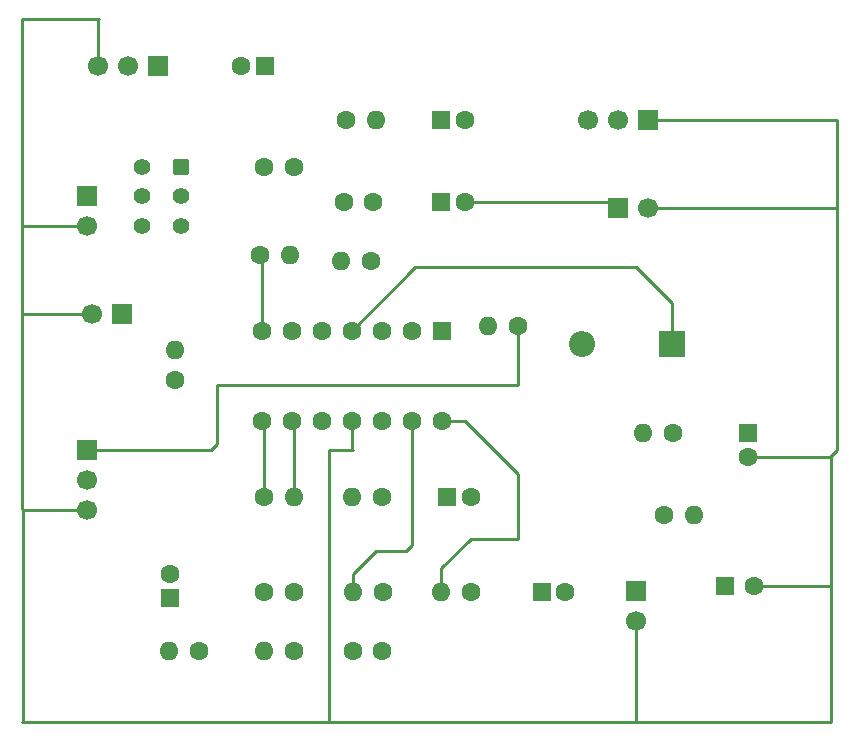
<source format=gbr>
%TF.GenerationSoftware,KiCad,Pcbnew,9.0.1*%
%TF.CreationDate,2025-04-22T18:06:14+02:00*%
%TF.ProjectId,electro-maticv,656c6563-7472-46f2-9d6d-61746963762e,rev?*%
%TF.SameCoordinates,Original*%
%TF.FileFunction,Copper,L2,Bot*%
%TF.FilePolarity,Positive*%
%FSLAX46Y46*%
G04 Gerber Fmt 4.6, Leading zero omitted, Abs format (unit mm)*
G04 Created by KiCad (PCBNEW 9.0.1) date 2025-04-22 18:06:14*
%MOMM*%
%LPD*%
G01*
G04 APERTURE LIST*
G04 Aperture macros list*
%AMRoundRect*
0 Rectangle with rounded corners*
0 $1 Rounding radius*
0 $2 $3 $4 $5 $6 $7 $8 $9 X,Y pos of 4 corners*
0 Add a 4 corners polygon primitive as box body*
4,1,4,$2,$3,$4,$5,$6,$7,$8,$9,$2,$3,0*
0 Add four circle primitives for the rounded corners*
1,1,$1+$1,$2,$3*
1,1,$1+$1,$4,$5*
1,1,$1+$1,$6,$7*
1,1,$1+$1,$8,$9*
0 Add four rect primitives between the rounded corners*
20,1,$1+$1,$2,$3,$4,$5,0*
20,1,$1+$1,$4,$5,$6,$7,0*
20,1,$1+$1,$6,$7,$8,$9,0*
20,1,$1+$1,$8,$9,$2,$3,0*%
G04 Aperture macros list end*
%TA.AperFunction,ComponentPad*%
%ADD10O,2.200000X2.200000*%
%TD*%
%TA.AperFunction,ComponentPad*%
%ADD11R,2.200000X2.200000*%
%TD*%
%TA.AperFunction,ComponentPad*%
%ADD12C,1.600000*%
%TD*%
%TA.AperFunction,ComponentPad*%
%ADD13R,1.600000X1.600000*%
%TD*%
%TA.AperFunction,ComponentPad*%
%ADD14O,1.600000X1.600000*%
%TD*%
%TA.AperFunction,ComponentPad*%
%ADD15R,1.700000X1.700000*%
%TD*%
%TA.AperFunction,ComponentPad*%
%ADD16C,1.700000*%
%TD*%
%TA.AperFunction,ComponentPad*%
%ADD17RoundRect,0.250000X-0.550000X0.550000X-0.550000X-0.550000X0.550000X-0.550000X0.550000X0.550000X0*%
%TD*%
%TA.AperFunction,ComponentPad*%
%ADD18C,1.400000*%
%TD*%
%TA.AperFunction,ComponentPad*%
%ADD19RoundRect,0.250000X-0.450000X0.450000X-0.450000X-0.450000X0.450000X-0.450000X0.450000X0.450000X0*%
%TD*%
%TA.AperFunction,Conductor*%
%ADD20C,0.250000*%
%TD*%
G04 APERTURE END LIST*
D10*
%TO.P,D1,2,A*%
%TO.N,+1V0*%
X95380000Y-121000000D03*
D11*
%TO.P,D1,1,K*%
%TO.N,A*%
X103000000Y-121000000D03*
%TD*%
D12*
%TO.P,C8,2*%
%TO.N,Earth*%
X110000000Y-141500000D03*
D13*
%TO.P,C8,1*%
%TO.N,B*%
X107500000Y-141500000D03*
%TD*%
D12*
%TO.P,C7,2*%
%TO.N,Earth*%
X109500000Y-130544888D03*
D13*
%TO.P,C7,1*%
%TO.N,A*%
X109500000Y-128544888D03*
%TD*%
D14*
%TO.P,R7,2*%
%TO.N,B*%
X100580000Y-128500000D03*
D12*
%TO.P,R7,1*%
%TO.N,A*%
X103120000Y-128500000D03*
%TD*%
D14*
%TO.P,R8,2*%
%TO.N,Earth*%
X104920000Y-135500000D03*
D12*
%TO.P,R8,1*%
%TO.N,B*%
X102380000Y-135500000D03*
%TD*%
D15*
%TO.P,J4,1,In*%
%TO.N,Net-(J4-In)*%
X100000000Y-141960000D03*
D16*
%TO.P,J4,2,Ext*%
%TO.N,Earth*%
X100000000Y-144500000D03*
%TD*%
D12*
%TO.P,C3,1*%
%TO.N,Net-(U1D--)*%
X76000000Y-147000000D03*
%TO.P,C3,2*%
%TO.N,Net-(C3-Pad2)*%
X78500000Y-147000000D03*
%TD*%
%TO.P,C2,1*%
%TO.N,Net-(U1C--)*%
X71000000Y-142000000D03*
%TO.P,C2,2*%
%TO.N,Net-(C2-Pad2)*%
X68500000Y-142000000D03*
%TD*%
D14*
%TO.P,R4,2*%
%TO.N,Net-(U1D--)*%
X76000000Y-142000000D03*
D12*
%TO.P,R4,1*%
%TO.N,Net-(C3-Pad2)*%
X78540000Y-142000000D03*
%TD*%
D14*
%TO.P,R3,2*%
%TO.N,Net-(C2-Pad2)*%
X68460000Y-147000000D03*
D12*
%TO.P,R3,1*%
%TO.N,Net-(U1D--)*%
X71000000Y-147000000D03*
%TD*%
%TO.P,R15,1*%
%TO.N,Net-(C11-Pad1)*%
X68190000Y-113500000D03*
D14*
%TO.P,R15,2*%
%TO.N,Net-(U1B--)*%
X70730000Y-113500000D03*
%TD*%
D12*
%TO.P,R14,1*%
%TO.N,Net-(C2-Pad2)*%
X61000000Y-124040000D03*
D14*
%TO.P,R14,2*%
%TO.N,Net-(U1B--)*%
X61000000Y-121500000D03*
%TD*%
D12*
%TO.P,R13,1*%
%TO.N,Net-(U1D--)*%
X63000000Y-147000000D03*
D14*
%TO.P,R13,2*%
%TO.N,Net-(C9-Pad1)*%
X60460000Y-147000000D03*
%TD*%
D12*
%TO.P,R12,1*%
%TO.N,Net-(U1B--)*%
X75460000Y-102000000D03*
D14*
%TO.P,R12,2*%
%TO.N,Net-(C10-Pad1)*%
X78000000Y-102000000D03*
%TD*%
D12*
%TO.P,R9,1*%
%TO.N,Net-(R10-Pad1)*%
X90040000Y-119500000D03*
D14*
%TO.P,R9,2*%
%TO.N,Net-(U1A--)*%
X87500000Y-119500000D03*
%TD*%
D12*
%TO.P,R6,1*%
%TO.N,Net-(U1A-+)*%
X77540000Y-114000000D03*
D14*
%TO.P,R6,2*%
%TO.N,B*%
X75000000Y-114000000D03*
%TD*%
D12*
%TO.P,R5,1*%
%TO.N,Net-(C4-Pad1)*%
X86040000Y-142000000D03*
D14*
%TO.P,R5,2*%
%TO.N,Net-(C3-Pad2)*%
X83500000Y-142000000D03*
%TD*%
D12*
%TO.P,R2,1*%
%TO.N,Net-(C2-Pad2)*%
X68460000Y-134000000D03*
D14*
%TO.P,R2,2*%
%TO.N,Net-(U1C--)*%
X71000000Y-134000000D03*
%TD*%
D12*
%TO.P,R1,1*%
%TO.N,Net-(C1-Pad1)*%
X78500000Y-134000000D03*
D14*
%TO.P,R1,2*%
%TO.N,Net-(U1C--)*%
X75960000Y-134000000D03*
%TD*%
D15*
%TO.P,R16,1,1*%
%TO.N,Net-(C12-Pad2)*%
X59540000Y-97500000D03*
D16*
%TO.P,R16,2,2*%
%TO.N,Net-(R16-Pad2)*%
X57000000Y-97500000D03*
%TO.P,R16,3,3*%
%TO.N,Earth*%
X54460000Y-97500000D03*
%TD*%
D12*
%TO.P,U1,14*%
%TO.N,Net-(C3-Pad2)*%
X83540000Y-127500000D03*
%TO.P,U1,13,-*%
%TO.N,Net-(U1D--)*%
X81000000Y-127500000D03*
%TO.P,U1,12,+*%
%TO.N,B*%
X78460000Y-127500000D03*
%TO.P,U1,11,V-*%
%TO.N,Earth*%
X75920000Y-127500000D03*
%TO.P,U1,10,+*%
%TO.N,B*%
X73380000Y-127500000D03*
%TO.P,U1,9,-*%
%TO.N,Net-(U1C--)*%
X70840000Y-127500000D03*
%TO.P,U1,8*%
%TO.N,Net-(C2-Pad2)*%
X68300000Y-127500000D03*
%TO.P,U1,7*%
%TO.N,Net-(C11-Pad1)*%
X68300000Y-119880000D03*
%TO.P,U1,6,-*%
%TO.N,Net-(U1B--)*%
X70840000Y-119880000D03*
%TO.P,U1,5,+*%
%TO.N,B*%
X73380000Y-119880000D03*
%TO.P,U1,4,V+*%
%TO.N,A*%
X75920000Y-119880000D03*
%TO.P,U1,3,+*%
%TO.N,Net-(U1A-+)*%
X78460000Y-119880000D03*
%TO.P,U1,2,-*%
%TO.N,Net-(U1A--)*%
X81000000Y-119880000D03*
D17*
%TO.P,U1,1*%
X83540000Y-119880000D03*
%TD*%
D18*
%TO.P,SW1,6,C*%
%TO.N,Net-(R16-Pad2)*%
X58200000Y-106000000D03*
%TO.P,SW1,5,B*%
%TO.N,Net-(J2-In)*%
X58200000Y-108500000D03*
%TO.P,SW1,4,A*%
%TO.N,Net-(SW1-A-Pad4)*%
X58200000Y-111000000D03*
%TO.P,SW1,3,C*%
X61500000Y-111000000D03*
%TO.P,SW1,2,B*%
%TO.N,Net-(J3-In)*%
X61500000Y-108500000D03*
D19*
%TO.P,SW1,1,A*%
%TO.N,Net-(C1-Pad2)*%
X61500000Y-106000000D03*
%TD*%
D16*
%TO.P,R11,3,3*%
%TO.N,Net-(U1A--)*%
X95920000Y-102000000D03*
%TO.P,R11,2,2*%
%TO.N,Net-(C10-Pad2)*%
X98460000Y-102000000D03*
D15*
%TO.P,R11,1,1*%
%TO.N,Earth*%
X101000000Y-102000000D03*
%TD*%
D16*
%TO.P,R10,3,3*%
%TO.N,Earth*%
X53500000Y-135080000D03*
%TO.P,R10,2,2*%
%TO.N,Net-(C9-Pad2)*%
X53500000Y-132540000D03*
D15*
%TO.P,R10,1,1*%
%TO.N,Net-(R10-Pad1)*%
X53500000Y-130000000D03*
%TD*%
D16*
%TO.P,J3,2,Ext*%
%TO.N,Earth*%
X53960000Y-118500000D03*
D15*
%TO.P,J3,1,In*%
%TO.N,Net-(J3-In)*%
X56500000Y-118500000D03*
%TD*%
D16*
%TO.P,J2,2,Ext*%
%TO.N,Earth*%
X53500000Y-111040000D03*
D15*
%TO.P,J2,1,In*%
%TO.N,Net-(J2-In)*%
X53500000Y-108500000D03*
%TD*%
D16*
%TO.P,J1,2,Ext*%
%TO.N,Earth*%
X101040000Y-109500000D03*
D15*
%TO.P,J1,1,In*%
%TO.N,Net-(J1-In)*%
X98500000Y-109500000D03*
%TD*%
D12*
%TO.P,C12,2*%
%TO.N,Net-(C12-Pad2)*%
X66540000Y-97500000D03*
D13*
%TO.P,C12,1*%
%TO.N,Net-(C11-Pad1)*%
X68540000Y-97500000D03*
%TD*%
D12*
%TO.P,C11,2*%
%TO.N,Net-(U1B--)*%
X71000000Y-106000000D03*
%TO.P,C11,1*%
%TO.N,Net-(C11-Pad1)*%
X68500000Y-106000000D03*
%TD*%
%TO.P,C10,2*%
%TO.N,Net-(C10-Pad2)*%
X85500000Y-102000000D03*
D13*
%TO.P,C10,1*%
%TO.N,Net-(C10-Pad1)*%
X83500000Y-102000000D03*
%TD*%
D12*
%TO.P,C9,2*%
%TO.N,Net-(C9-Pad2)*%
X60500000Y-140500000D03*
D13*
%TO.P,C9,1*%
%TO.N,Net-(C9-Pad1)*%
X60500000Y-142500000D03*
%TD*%
D12*
%TO.P,C6,2*%
%TO.N,B*%
X75250000Y-109000000D03*
%TO.P,C6,1*%
%TO.N,Net-(U1A-+)*%
X77750000Y-109000000D03*
%TD*%
%TO.P,C5,2*%
%TO.N,Net-(J1-In)*%
X85500000Y-109000000D03*
D13*
%TO.P,C5,1*%
%TO.N,Net-(U1A-+)*%
X83500000Y-109000000D03*
%TD*%
D12*
%TO.P,C4,2*%
%TO.N,Net-(J4-In)*%
X94000000Y-142000000D03*
D13*
%TO.P,C4,1*%
%TO.N,Net-(C4-Pad1)*%
X92000000Y-142000000D03*
%TD*%
D12*
%TO.P,C1,2*%
%TO.N,Net-(C1-Pad2)*%
X86000000Y-134000000D03*
D13*
%TO.P,C1,1*%
%TO.N,Net-(C1-Pad1)*%
X84000000Y-134000000D03*
%TD*%
D20*
%TO.N,Net-(U1C--)*%
X71000000Y-127660000D02*
X70840000Y-127500000D01*
X71000000Y-134000000D02*
X71000000Y-127660000D01*
%TO.N,Net-(C2-Pad2)*%
X68460000Y-127660000D02*
X68300000Y-127500000D01*
X68460000Y-134000000D02*
X68460000Y-127660000D01*
%TO.N,Earth*%
X54460000Y-93580000D02*
X54460000Y-97500000D01*
X48000000Y-93540000D02*
X48040000Y-93500000D01*
X48000000Y-111000000D02*
X48000000Y-93540000D01*
X54540000Y-93500000D02*
X54460000Y-93580000D01*
X48040000Y-111040000D02*
X48000000Y-111000000D01*
X48040000Y-93500000D02*
X54540000Y-93500000D01*
%TO.N,Net-(C11-Pad1)*%
X68300000Y-113610000D02*
X68190000Y-113500000D01*
X68300000Y-119880000D02*
X68300000Y-113610000D01*
%TO.N,Net-(J1-In)*%
X98000000Y-109000000D02*
X98500000Y-109500000D01*
X85500000Y-109000000D02*
X98000000Y-109000000D01*
%TO.N,A*%
X81300000Y-114500000D02*
X75920000Y-119880000D01*
X100000000Y-114500000D02*
X81300000Y-114500000D01*
X103000000Y-117500000D02*
X100000000Y-114500000D01*
X103000000Y-121000000D02*
X103000000Y-117500000D01*
%TO.N,Net-(U1D--)*%
X76000000Y-140500000D02*
X76000000Y-142000000D01*
X80500000Y-138500000D02*
X78000000Y-138500000D01*
X81000000Y-138000000D02*
X80500000Y-138500000D01*
X81000000Y-127500000D02*
X81000000Y-138000000D01*
X78000000Y-138500000D02*
X76000000Y-140500000D01*
%TO.N,Net-(C3-Pad2)*%
X90000000Y-132000000D02*
X85500000Y-127500000D01*
X86000000Y-137500000D02*
X90000000Y-137500000D01*
X83500000Y-140000000D02*
X86000000Y-137500000D01*
X90000000Y-137500000D02*
X90000000Y-132000000D01*
X83500000Y-142000000D02*
X83500000Y-140000000D01*
X85500000Y-127500000D02*
X83540000Y-127500000D01*
%TO.N,Net-(R10-Pad1)*%
X64500000Y-129500000D02*
X64000000Y-130000000D01*
X64500000Y-124500000D02*
X64500000Y-129500000D01*
X90000000Y-124500000D02*
X64500000Y-124500000D01*
X64000000Y-130000000D02*
X53500000Y-130000000D01*
X90040000Y-124460000D02*
X90000000Y-124500000D01*
X90040000Y-119500000D02*
X90040000Y-124460000D01*
%TO.N,Earth*%
X101000000Y-102000000D02*
X117000000Y-102000000D01*
X117000000Y-109500000D02*
X117000000Y-102000000D01*
X101040000Y-109500000D02*
X117000000Y-109500000D01*
X117000000Y-130000000D02*
X117000000Y-109500000D01*
X116500000Y-130500000D02*
X117000000Y-130000000D01*
X116455112Y-130544888D02*
X109500000Y-130544888D01*
X116500000Y-130500000D02*
X116455112Y-130544888D01*
X116500000Y-141500000D02*
X116500000Y-130500000D01*
X116500000Y-153000000D02*
X116500000Y-141500000D01*
X116500000Y-141500000D02*
X110000000Y-141500000D01*
X100000000Y-153000000D02*
X116500000Y-153000000D01*
X100000000Y-153000000D02*
X100000000Y-144500000D01*
X74000000Y-153000000D02*
X100000000Y-153000000D01*
X75920000Y-129920000D02*
X75920000Y-127500000D01*
X74000000Y-153000000D02*
X74000000Y-130000000D01*
X48000000Y-153000000D02*
X74000000Y-153000000D01*
X48080000Y-152920000D02*
X48000000Y-153000000D01*
X74000000Y-130000000D02*
X76000000Y-130000000D01*
X48080000Y-135080000D02*
X48080000Y-152920000D01*
X76000000Y-130000000D02*
X75920000Y-129920000D01*
X48000000Y-135000000D02*
X48080000Y-135080000D01*
X48000000Y-118500000D02*
X48000000Y-135000000D01*
X48080000Y-135080000D02*
X53500000Y-135080000D01*
X48000000Y-118500000D02*
X53960000Y-118500000D01*
X48040000Y-118460000D02*
X48000000Y-118500000D01*
X48040000Y-111040000D02*
X48040000Y-118460000D01*
X53500000Y-111040000D02*
X48040000Y-111040000D01*
%TD*%
M02*

</source>
